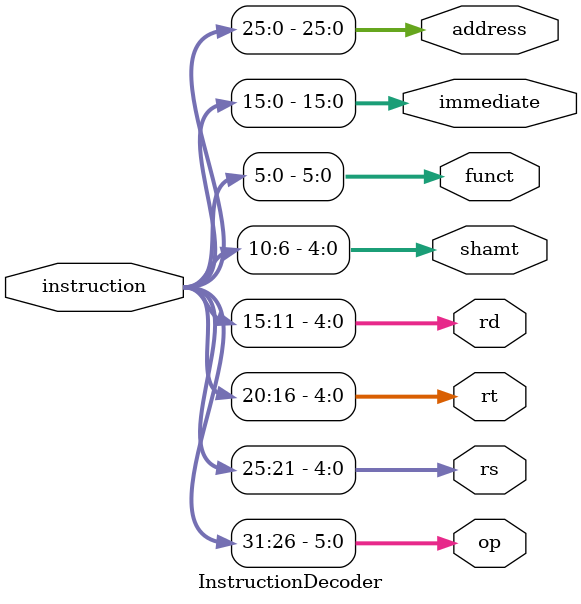
<source format=sv>
module InstructionDecoder(
	input logic [31:0] instruction,
	output logic [5:0] op,
	output logic [4:0] rs,
	output logic [4:0] rt,
	output logic [4:0] rd,
	output logic [4:0] shamt,
	output logic [5:0] funct,
	output logic [15:0] immediate,
	output logic [25:0] address
);
	
	// R-Format (op, rs, rt, rd, shamt, funct)
	// I-Format (op, rs, rt, immediate)
	// J-Format (op, address)
	assign op = instruction[31:26];
	assign rs = instruction[25:21];
	assign rt = instruction[20:16];
	assign rd = instruction[15:11];
	assign shamt = instruction[10:6];
	assign funct = instruction[5:0];
	assign immediate = instruction[15:0];
	assign address = instruction[25:0];

endmodule

</source>
